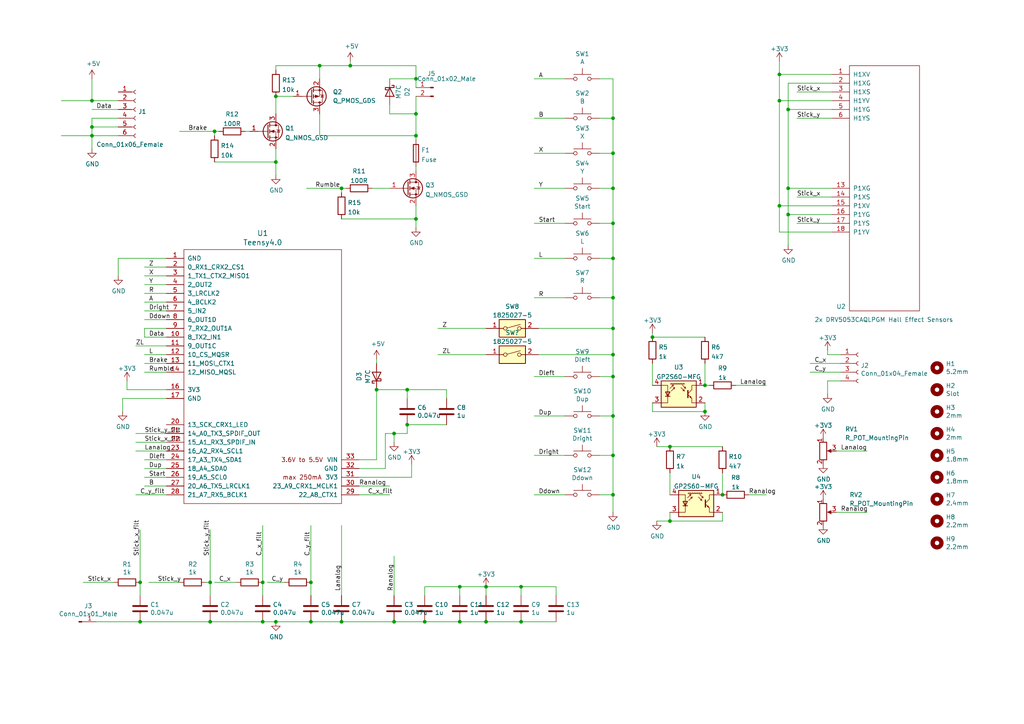
<source format=kicad_sch>
(kicad_sch (version 20211123) (generator eeschema)
  (paper "A4")
  (lib_symbols
    (symbol "Connector:Conn_01x01_Male" (pin_names (offset 1.016) hide)
      (property "Reference" "J" (at 0 2.54 0))
      (property "Value" "Conn_01x01_Male" (at 0 -2.54 0))
      (symbol "Conn_01x01_Male_1_1"
        (pin passive line (at 5.08 0 180) (length 3.81) (name "Pin_1") (number "1"))
      )
    )
    (symbol "Connector:Conn_01x02_Male" (pin_names (offset 1.016) hide)
      (property "Reference" "J" (at 0 2.54 0))
      (property "Value" "Conn_01x02_Male" (at 0 -5.08 0))
      (symbol "Conn_01x02_Male_1_1"
        (pin passive line (at 5.08 0 180) (length 3.81) (name "Pin_1") (number "1"))
        (pin passive line (at 5.08 -2.54 180) (length 3.81) (name "Pin_2") (number "2"))
      )
    )
    (symbol "Connector:Conn_01x04_Female" (pin_names (offset 1.016) hide)
      (property "Reference" "J" (at 0 5.08 0))
      (property "Value" "Conn_01x04_Female" (at 0 -7.62 0))
      (symbol "Conn_01x04_Female_1_1"
        (pin passive line (at -5.08 2.54 0) (length 3.81) (name "Pin_1") (number "1"))
        (pin passive line (at -5.08 0 0) (length 3.81) (name "Pin_2") (number "2"))
        (pin passive line (at -5.08 -2.54 0) (length 3.81) (name "Pin_3") (number "3"))
        (pin passive line (at -5.08 -5.08 0) (length 3.81) (name "Pin_4") (number "4"))
      )
    )
    (symbol "Connector:Conn_01x06_Female" (pin_names (offset 1.016) hide)
      (property "Reference" "J" (at 0 7.62 0))
      (property "Value" "Conn_01x06_Female" (at 0 -10.16 0))
      (symbol "Conn_01x06_Female_1_1"
        (pin passive line (at -5.08 5.08 0) (length 3.81) (name "Pin_1") (number "1"))
        (pin passive line (at -5.08 2.54 0) (length 3.81) (name "Pin_2") (number "2"))
        (pin passive line (at -5.08 0 0) (length 3.81) (name "Pin_3") (number "3"))
        (pin passive line (at -5.08 -2.54 0) (length 3.81) (name "Pin_4") (number "4"))
        (pin passive line (at -5.08 -5.08 0) (length 3.81) (name "Pin_5") (number "5"))
        (pin passive line (at -5.08 -7.62 0) (length 3.81) (name "Pin_6") (number "6"))
      )
    )
    (symbol "Device:C" (pin_numbers hide) (pin_names (offset 0.254))
      (property "Reference" "C" (at 0.635 2.54 0))
      (property "Value" "C" (at 0.635 -2.54 0))
      (symbol "C_1_1"
        (pin passive line (at 0 3.81 270) (length 2.794) (name "~") (number "1"))
        (pin passive line (at 0 -3.81 90) (length 2.794) (name "~") (number "2"))
      )
    )
    (symbol "Device:D_Schottky" (pin_numbers hide) (pin_names (offset 1.016) hide)
      (property "Reference" "D" (at 0 2.54 0))
      (property "Value" "D_Schottky" (at 0 -2.54 0))
      (symbol "D_Schottky_1_1"
        (pin passive line (at -3.81 0 0) (length 2.54) (name "K") (number "1"))
        (pin passive line (at 3.81 0 180) (length 2.54) (name "A") (number "2"))
      )
    )
    (symbol "Device:Fuse" (pin_numbers hide) (pin_names (offset 0))
      (property "Reference" "F" (at 2.032 0 90))
      (property "Value" "Fuse" (at -1.905 0 90))
      (symbol "Fuse_1_1"
        (pin passive line (at 0 3.81 270) (length 1.27) (name "~") (number "1"))
        (pin passive line (at 0 -3.81 90) (length 1.27) (name "~") (number "2"))
      )
    )
    (symbol "Device:Q_NMOS_GSD" (pin_names (offset 0) hide)
      (property "Reference" "Q" (at 5.08 1.27 0))
      (property "Value" "Q_NMOS_GSD" (at 5.08 -1.27 0))
      (symbol "Q_NMOS_GSD_1_1"
        (pin input line (at -5.08 0 0) (length 2.54) (name "G") (number "1"))
        (pin passive line (at 2.54 -5.08 90) (length 2.54) (name "S") (number "2"))
        (pin passive line (at 2.54 5.08 270) (length 2.54) (name "D") (number "3"))
      )
    )
    (symbol "Device:Q_PMOS_GSD" (pin_names (offset 0) hide)
      (property "Reference" "Q" (at 5.08 1.27 0))
      (property "Value" "Q_PMOS_GSD" (at 5.08 -1.27 0))
      (symbol "Q_PMOS_GSD_1_1"
        (pin input line (at -5.08 0 0) (length 2.54) (name "G") (number "1"))
        (pin passive line (at 2.54 -5.08 90) (length 2.54) (name "S") (number "2"))
        (pin passive line (at 2.54 5.08 270) (length 2.54) (name "D") (number "3"))
      )
    )
    (symbol "Device:R" (pin_numbers hide) (pin_names (offset 0))
      (property "Reference" "R" (at 2.032 0 90))
      (property "Value" "R" (at 0 0 90))
      (symbol "R_1_1"
        (pin passive line (at 0 3.81 270) (length 1.27) (name "~") (number "1"))
        (pin passive line (at 0 -3.81 90) (length 1.27) (name "~") (number "2"))
      )
    )
    (symbol "GCC:+3.3V" (power) (pin_names (offset 0))
      (property "Value" "+3.3V" (at 0 3.556 0))
      (symbol "+3.3V_1_1"
        (pin power_in line (at 0 0 90) (length 0) hide (name "+3V3") (number "1"))
      )
    )
    (symbol "GCC:Gamecube-MB-rescue_Slider_GCC-Gamecube_MB" (pin_names (offset 1.016) hide)
      (property "Reference" "RV" (at -8.255 0 90))
      (property "Value" "Gamecube-MB-rescue_Slider_GCC-Gamecube_MB" (at -6.35 0 90))
      (symbol "Gamecube-MB-rescue_Slider_GCC-Gamecube_MB_1_1"
        (pin passive line (at 0 3.81 270) (length 1.27) (name "V+") (number "1"))
        (pin passive line (at 0 -3.81 90) (length 1.27) (name "GND") (number "2"))
        (pin passive line (at 3.81 0 180) (length 1.27) (name "Signal") (number "3"))
      )
    )
    (symbol "GCC:Gamecube-MB-rescue_Stickbox_Assembly-Gamecube_MB" (pin_names (offset 1.016))
      (property "Reference" "U" (at 12.7 -41.91 90))
      (property "Value" "Gamecube-MB-rescue_Stickbox_Assembly-Gamecube_MB" (at 8.89 -35.56 90))
      (symbol "Gamecube-MB-rescue_Stickbox_Assembly-Gamecube_MB_0_0"
        (pin unspecified line (at -5.08 -2.54 0) (length 5.08) (name "H1XV") (number "1"))
        (pin unspecified line (at -5.08 -35.56 0) (length 5.08) (name "P1XG") (number "13"))
        (pin unspecified line (at -5.08 -38.1 0) (length 5.08) (name "P1XS") (number "14"))
        (pin unspecified line (at -5.08 -40.64 0) (length 5.08) (name "P1XV") (number "15"))
        (pin unspecified line (at -5.08 -43.18 0) (length 5.08) (name "P1YG") (number "16"))
        (pin unspecified line (at -5.08 -45.72 0) (length 5.08) (name "P1YS") (number "17"))
        (pin unspecified line (at -5.08 -48.26 0) (length 5.08) (name "P1YV") (number "18"))
        (pin unspecified line (at -5.08 -5.08 0) (length 5.08) (name "H1XG") (number "2"))
        (pin unspecified line (at -5.08 -7.62 0) (length 5.08) (name "H1XS") (number "3"))
        (pin unspecified line (at -5.08 -10.16 0) (length 5.08) (name "H1YV") (number "4"))
        (pin unspecified line (at -5.08 -12.7 0) (length 5.08) (name "H1YG") (number "5"))
        (pin unspecified line (at -5.08 -15.24 0) (length 5.08) (name "H1YS") (number "6"))
      )
    )
    (symbol "Mechanical:MountingHole" (pin_names (offset 1.016))
      (property "Reference" "H" (at 0 5.08 0))
      (property "Value" "MountingHole" (at 0 3.175 0))
    )
    (symbol "Sensor_Proximity:BPR-105" (pin_names (offset 0.0254) hide)
      (property "Reference" "U?" (at 0 7.7765 0))
      (property "Value" "BPR-105" (at 0 5.0014 0))
      (symbol "BPR-105_1_1"
        (pin open_collector line (at 7.62 2.54 180) (length 2.54) (name "C") (number "1"))
        (pin open_emitter line (at 7.62 -2.54 180) (length 2.54) (name "E") (number "2"))
        (pin passive line (at -7.62 -2.54 0) (length 2.54) (name "K") (number "3"))
        (pin passive line (at -7.62 2.54 0) (length 2.54) (name "A") (number "4"))
      )
    )
    (symbol "Switch:SW_DIP_x01" (pin_names (offset 0) hide)
      (property "Reference" "SW" (at 0 3.81 0))
      (property "Value" "SW_DIP_x01" (at 0 -3.81 0))
      (symbol "SW_DIP_x01_1_1"
        (pin passive line (at -7.62 0 0) (length 5.08) (name "~") (number "1"))
        (pin passive line (at 7.62 0 180) (length 5.08) (name "~") (number "2"))
      )
    )
    (symbol "Switch:SW_Push" (pin_numbers hide) (pin_names (offset 1.016) hide)
      (property "Reference" "SW" (at 1.27 2.54 0))
      (property "Value" "SW_Push" (at 0 -1.524 0))
      (symbol "SW_Push_0_1"
        (pin passive line (at -5.08 0 0) (length 2.54) (name "1") (number "1"))
        (pin passive line (at 5.08 0 180) (length 2.54) (name "2") (number "2"))
      )
    )
    (symbol "power:+5V" (power) (pin_names (offset 0))
      (property "Value" "+5V" (at 0 3.556 0))
      (symbol "+5V_1_1"
        (pin power_in line (at 0 0 90) (length 0) hide (name "+5V") (number "1"))
      )
    )
    (symbol "power:GND" (power) (pin_names (offset 0))
      (property "Value" "GND" (at 0 -3.81 0))
      (symbol "GND_1_1"
        (pin power_in line (at 0 0 270) (length 0) hide (name "GND") (number "1"))
      )
    )
    (symbol "teensy:Teensy4.0" (pin_names (offset 1.016))
      (property "Reference" "U1" (at 0 41.5798 0))
      (property "Value" "Teensy4.0" (at 0 38.8874 0))
      (symbol "Teensy4.0_0_0"
        (text "3.6V to 5.5V" (at 11.43 -24.13 0) (effects (font (size 1.27 1.27))))
        (text "max 250mA" (at 11.43 -29.21 0) (effects (font (size 1.27 1.27))))
        (pin bidirectional line (at -27.94 11.43 0) (length 5.08) (name "8_TX2_IN1") (number "10"))
        (pin bidirectional line (at -27.94 8.89 0) (length 5.08) (name "9_OUT1C") (number "11"))
        (pin bidirectional line (at -27.94 6.35 0) (length 5.08) (name "10_CS_MQSR") (number "12"))
        (pin bidirectional line (at -27.94 3.81 0) (length 5.08) (name "11_MOSI_CTX1") (number "13"))
        (pin bidirectional line (at -27.94 1.27 0) (length 5.08) (name "12_MISO_MQSL") (number "14"))
        (pin power_in line (at -27.94 -3.81 0) (length 5.08) (name "3V3") (number "16"))
        (pin power_in line (at -27.94 -6.35 0) (length 5.08) (name "GND") (number "17"))
        (pin bidirectional line (at -27.94 -13.97 0) (length 5.08) (name "13_SCK_CRX1_LED") (number "20"))
        (pin bidirectional line (at -27.94 -16.51 0) (length 5.08) (name "14_A0_TX3_SPDIF_OUT") (number "21"))
        (pin bidirectional line (at -27.94 -19.05 0) (length 5.08) (name "15_A1_RX3_SPDIF_IN") (number "22"))
        (pin bidirectional line (at -27.94 -21.59 0) (length 5.08) (name "16_A2_RX4_SCL1") (number "23"))
        (pin bidirectional line (at -27.94 -24.13 0) (length 5.08) (name "17_A3_TX4_SDA1") (number "24"))
        (pin bidirectional line (at -27.94 -26.67 0) (length 5.08) (name "18_A4_SDA0") (number "25"))
        (pin bidirectional line (at -27.94 -29.21 0) (length 5.08) (name "19_A5_SCL0") (number "26"))
        (pin bidirectional line (at -27.94 -31.75 0) (length 5.08) (name "20_A6_TX5_LRCLK1") (number "27"))
        (pin bidirectional line (at -27.94 -34.29 0) (length 5.08) (name "21_A7_RX5_BCLK1") (number "28"))
        (pin bidirectional line (at 27.94 -34.29 180) (length 5.08) (name "22_A8_CTX1") (number "29"))
        (pin bidirectional line (at 27.94 -31.75 180) (length 5.08) (name "23_A9_CRX1_MCLK1") (number "30"))
        (pin power_out line (at 27.94 -29.21 180) (length 5.08) (name "3V3") (number "31"))
        (pin power_in line (at 27.94 -26.67 180) (length 5.08) (name "GND") (number "32"))
        (pin power_in line (at 27.94 -24.13 180) (length 5.08) (name "VIN") (number "33"))
        (pin bidirectional line (at -27.94 24.13 0) (length 5.08) (name "3_LRCLK2") (number "5"))
        (pin bidirectional line (at -27.94 21.59 0) (length 5.08) (name "4_BCLK2") (number "6"))
        (pin bidirectional line (at -27.94 19.05 0) (length 5.08) (name "5_IN2") (number "7"))
        (pin bidirectional line (at -27.94 16.51 0) (length 5.08) (name "6_OUT1D") (number "8"))
        (pin bidirectional line (at -27.94 13.97 0) (length 5.08) (name "7_RX2_OUT1A") (number "9"))
      )
      (symbol "Teensy4.0_1_1"
        (pin power_in line (at -27.94 34.29 0) (length 5.08) (name "GND") (number "1"))
        (pin bidirectional line (at -27.94 31.75 0) (length 5.08) (name "0_RX1_CRX2_CS1") (number "2"))
        (pin bidirectional line (at -27.94 29.21 0) (length 5.08) (name "1_TX1_CTX2_MISO1") (number "3"))
        (pin bidirectional line (at -27.94 26.67 0) (length 5.08) (name "2_OUT2") (number "4"))
      )
    )
  )
  (junction (at 151.13 170.18))
  (junction (at 151.13 180.34))
  (junction (at 120.65 39.37))
  (junction (at 133.35 180.34))
  (junction (at 114.3 125.73))
  (junction (at 177.8 44.45))
  (junction (at 177.8 54.61))
  (junction (at 226.06 21.59))
  (junction (at 204.47 119.38))
  (junction (at 194.31 151.13))
  (junction (at 123.19 180.34))
  (junction (at 204.47 111.76))
  (junction (at 177.8 109.22))
  (junction (at 140.97 170.18))
  (junction (at 120.65 22.86))
  (junction (at 80.01 46.99))
  (junction (at 177.8 143.51))
  (junction (at 120.65 33.02))
  (junction (at 228.6 54.61))
  (junction (at 140.97 180.34))
  (junction (at 26.67 36.83))
  (junction (at 92.71 19.05))
  (junction (at 177.8 102.87))
  (junction (at 60.96 180.34))
  (junction (at 189.23 97.79))
  (junction (at 226.06 29.21))
  (junction (at 177.8 132.08))
  (junction (at 118.11 113.03))
  (junction (at 90.17 180.34))
  (junction (at 133.35 170.18))
  (junction (at 90.17 168.91))
  (junction (at 101.6 19.05))
  (junction (at 80.01 180.34))
  (junction (at 120.65 63.5))
  (junction (at 109.22 113.03))
  (junction (at 228.6 31.75))
  (junction (at 62.23 38.1))
  (junction (at 177.8 34.29))
  (junction (at 194.31 129.54))
  (junction (at 76.2 168.91))
  (junction (at 99.06 180.34))
  (junction (at 177.8 86.36))
  (junction (at 177.8 120.65))
  (junction (at 114.3 180.34))
  (junction (at 99.06 54.61))
  (junction (at 40.64 180.34))
  (junction (at 177.8 74.93))
  (junction (at 26.67 39.37))
  (junction (at 118.11 123.19))
  (junction (at 80.01 27.94))
  (junction (at 226.06 59.69))
  (junction (at 26.67 29.21))
  (junction (at 177.8 64.77))
  (junction (at 177.8 95.25))
  (junction (at 60.96 168.91))
  (junction (at 228.6 62.23))
  (junction (at 76.2 180.34))
  (junction (at 209.55 143.51))
  (junction (at 40.64 168.91))
  (wire (pts (xy 204.47 111.76) (xy 205.74 111.76)))
  (wire (pts (xy 48.26 140.97) (xy 41.91 140.97)))
  (wire (pts (xy 120.65 22.86) (xy 120.65 19.05)))
  (wire (pts (xy 173.99 54.61) (xy 177.8 54.61)))
  (wire (pts (xy 104.14 135.89) (xy 111.76 135.89)))
  (wire (pts (xy 123.19 172.72) (xy 123.19 170.18)))
  (wire (pts (xy 177.8 143.51) (xy 177.8 148.59)))
  (wire (pts (xy 177.8 120.65) (xy 177.8 132.08)))
  (wire (pts (xy 120.65 59.69) (xy 120.65 63.5)))
  (wire (pts (xy 204.47 119.38) (xy 189.23 119.38)))
  (wire (pts (xy 127 95.25) (xy 140.97 95.25)))
  (wire (pts (xy 41.91 107.95) (xy 48.26 107.95)))
  (wire (pts (xy 48.26 115.57) (xy 35.56 115.57)))
  (wire (pts (xy 156.21 95.25) (xy 177.8 95.25)))
  (wire (pts (xy 133.35 170.18) (xy 140.97 170.18)))
  (wire (pts (xy 99.06 54.61) (xy 100.33 54.61)))
  (wire (pts (xy 120.65 39.37) (xy 120.65 40.64)))
  (wire (pts (xy 243.84 105.41) (xy 234.95 105.41)))
  (wire (pts (xy 113.03 140.97) (xy 104.14 140.97)))
  (wire (pts (xy 114.3 172.72) (xy 114.3 161.29)))
  (wire (pts (xy 209.55 137.16) (xy 209.55 143.51)))
  (wire (pts (xy 243.84 107.95) (xy 234.95 107.95)))
  (wire (pts (xy 114.3 125.73) (xy 114.3 128.27)))
  (wire (pts (xy 204.47 116.84) (xy 204.47 119.38)))
  (wire (pts (xy 163.83 120.65) (xy 154.94 120.65)))
  (wire (pts (xy 177.8 54.61) (xy 177.8 44.45)))
  (wire (pts (xy 228.6 62.23) (xy 241.3 62.23)))
  (wire (pts (xy 151.13 172.72) (xy 151.13 170.18)))
  (wire (pts (xy 118.11 123.19) (xy 118.11 125.73)))
  (wire (pts (xy 241.3 21.59) (xy 226.06 21.59)))
  (wire (pts (xy 109.22 113.03) (xy 109.22 133.35)))
  (wire (pts (xy 40.64 180.34) (xy 60.96 180.34)))
  (wire (pts (xy 76.2 152.4) (xy 76.2 168.91)))
  (wire (pts (xy 80.01 19.05) (xy 80.01 20.32)))
  (wire (pts (xy 189.23 96.52) (xy 189.23 97.79)))
  (wire (pts (xy 113.03 143.51) (xy 104.14 143.51)))
  (wire (pts (xy 34.29 36.83) (xy 26.67 36.83)))
  (wire (pts (xy 90.17 152.4) (xy 90.17 168.91)))
  (wire (pts (xy 92.71 22.86) (xy 92.71 19.05)))
  (wire (pts (xy 194.31 151.13) (xy 194.31 148.59)))
  (wire (pts (xy 109.22 104.14) (xy 109.22 105.41)))
  (wire (pts (xy 173.99 64.77) (xy 177.8 64.77)))
  (wire (pts (xy 48.26 97.79) (xy 41.91 97.79)))
  (wire (pts (xy 194.31 137.16) (xy 194.31 143.51)))
  (wire (pts (xy 209.55 148.59) (xy 209.55 151.13)))
  (wire (pts (xy 129.54 115.57) (xy 129.54 113.03)))
  (wire (pts (xy 109.22 113.03) (xy 118.11 113.03)))
  (wire (pts (xy 118.11 113.03) (xy 129.54 113.03)))
  (wire (pts (xy 177.8 102.87) (xy 177.8 109.22)))
  (wire (pts (xy 34.29 31.75) (xy 26.67 31.75)))
  (wire (pts (xy 140.97 180.34) (xy 133.35 180.34)))
  (wire (pts (xy 163.83 143.51) (xy 154.94 143.51)))
  (wire (pts (xy 60.96 168.91) (xy 59.69 168.91)))
  (wire (pts (xy 120.65 27.94) (xy 120.65 33.02)))
  (wire (pts (xy 189.23 119.38) (xy 189.23 116.84)))
  (wire (pts (xy 190.5 129.54) (xy 194.31 129.54)))
  (wire (pts (xy 40.64 153.67) (xy 40.64 168.91)))
  (wire (pts (xy 113.03 22.86) (xy 120.65 22.86)))
  (wire (pts (xy 36.83 113.03) (xy 36.83 110.49)))
  (wire (pts (xy 118.11 113.03) (xy 118.11 115.57)))
  (wire (pts (xy 80.01 27.94) (xy 80.01 33.02)))
  (wire (pts (xy 80.01 27.94) (xy 85.09 27.94)))
  (wire (pts (xy 231.14 64.77) (xy 241.3 64.77)))
  (wire (pts (xy 163.83 86.36) (xy 154.94 86.36)))
  (wire (pts (xy 92.71 19.05) (xy 101.6 19.05)))
  (wire (pts (xy 213.36 111.76) (xy 222.25 111.76)))
  (wire (pts (xy 120.65 33.02) (xy 113.03 33.02)))
  (wire (pts (xy 34.29 39.37) (xy 26.67 39.37)))
  (wire (pts (xy 228.6 54.61) (xy 241.3 54.61)))
  (wire (pts (xy 113.03 33.02) (xy 113.03 30.48)))
  (wire (pts (xy 226.06 67.31) (xy 226.06 59.69)))
  (wire (pts (xy 111.76 135.89) (xy 111.76 125.73)))
  (wire (pts (xy 226.06 59.69) (xy 241.3 59.69)))
  (wire (pts (xy 243.84 110.49) (xy 240.03 110.49)))
  (wire (pts (xy 140.97 180.34) (xy 151.13 180.34)))
  (wire (pts (xy 35.56 115.57) (xy 35.56 119.38)))
  (wire (pts (xy 92.71 33.02) (xy 92.71 39.37)))
  (wire (pts (xy 120.65 33.02) (xy 120.65 39.37)))
  (wire (pts (xy 228.6 31.75) (xy 228.6 24.13)))
  (wire (pts (xy 90.17 180.34) (xy 99.06 180.34)))
  (wire (pts (xy 177.8 86.36) (xy 177.8 95.25)))
  (wire (pts (xy 133.35 170.18) (xy 133.35 172.72)))
  (wire (pts (xy 177.8 132.08) (xy 177.8 143.51)))
  (wire (pts (xy 209.55 151.13) (xy 194.31 151.13)))
  (wire (pts (xy 41.91 105.41) (xy 48.26 105.41)))
  (wire (pts (xy 177.8 44.45) (xy 177.8 34.29)))
  (wire (pts (xy 163.83 132.08) (xy 154.94 132.08)))
  (wire (pts (xy 48.26 133.35) (xy 41.91 133.35)))
  (wire (pts (xy 177.8 86.36) (xy 177.8 74.93)))
  (wire (pts (xy 231.14 57.15) (xy 241.3 57.15)))
  (wire (pts (xy 52.07 38.1) (xy 62.23 38.1)))
  (wire (pts (xy 161.29 172.72) (xy 161.29 170.18)))
  (wire (pts (xy 163.83 34.29) (xy 154.94 34.29)))
  (wire (pts (xy 226.06 21.59) (xy 226.06 29.21)))
  (wire (pts (xy 243.84 102.87) (xy 240.03 102.87)))
  (wire (pts (xy 80.01 43.18) (xy 80.01 46.99)))
  (wire (pts (xy 226.06 29.21) (xy 226.06 59.69)))
  (wire (pts (xy 163.83 54.61) (xy 154.94 54.61)))
  (wire (pts (xy 228.6 31.75) (xy 241.3 31.75)))
  (wire (pts (xy 34.29 29.21) (xy 26.67 29.21)))
  (wire (pts (xy 48.26 102.87) (xy 41.91 102.87)))
  (wire (pts (xy 118.11 125.73) (xy 114.3 125.73)))
  (wire (pts (xy 163.83 74.93) (xy 154.94 74.93)))
  (wire (pts (xy 48.26 77.47) (xy 41.91 77.47)))
  (wire (pts (xy 52.07 168.91) (xy 43.18 168.91)))
  (wire (pts (xy 111.76 125.73) (xy 114.3 125.73)))
  (wire (pts (xy 140.97 170.18) (xy 140.97 172.72)))
  (wire (pts (xy 48.26 80.01) (xy 41.91 80.01)))
  (wire (pts (xy 99.06 54.61) (xy 99.06 55.88)))
  (wire (pts (xy 62.23 38.1) (xy 63.5 38.1)))
  (wire (pts (xy 48.26 135.89) (xy 41.91 135.89)))
  (wire (pts (xy 48.26 92.71) (xy 41.91 92.71)))
  (wire (pts (xy 177.8 74.93) (xy 177.8 64.77)))
  (wire (pts (xy 173.99 143.51) (xy 177.8 143.51)))
  (wire (pts (xy 194.31 129.54) (xy 209.55 129.54)))
  (wire (pts (xy 173.99 109.22) (xy 177.8 109.22)))
  (wire (pts (xy 76.2 168.91) (xy 76.2 172.72)))
  (wire (pts (xy 48.26 138.43) (xy 41.91 138.43)))
  (wire (pts (xy 151.13 180.34) (xy 161.29 180.34)))
  (wire (pts (xy 217.17 143.51) (xy 222.25 143.51)))
  (wire (pts (xy 48.26 143.51) (xy 39.37 143.51)))
  (wire (pts (xy 99.06 152.4) (xy 99.06 172.72)))
  (wire (pts (xy 163.83 22.86) (xy 154.94 22.86)))
  (wire (pts (xy 189.23 97.79) (xy 204.47 97.79)))
  (wire (pts (xy 226.06 67.31) (xy 241.3 67.31)))
  (wire (pts (xy 41.91 95.25) (xy 41.91 97.79)))
  (wire (pts (xy 88.9 54.61) (xy 99.06 54.61)))
  (wire (pts (xy 114.3 180.34) (xy 123.19 180.34)))
  (wire (pts (xy 24.13 168.91) (xy 33.02 168.91)))
  (wire (pts (xy 173.99 132.08) (xy 177.8 132.08)))
  (wire (pts (xy 189.23 105.41) (xy 189.23 111.76)))
  (wire (pts (xy 177.8 22.86) (xy 177.8 34.29)))
  (wire (pts (xy 177.8 64.77) (xy 177.8 54.61)))
  (wire (pts (xy 228.6 62.23) (xy 228.6 71.12)))
  (wire (pts (xy 241.3 29.21) (xy 226.06 29.21)))
  (wire (pts (xy 231.14 34.29) (xy 241.3 34.29)))
  (wire (pts (xy 39.37 125.73) (xy 48.26 125.73)))
  (wire (pts (xy 48.26 90.17) (xy 41.91 90.17)))
  (wire (pts (xy 123.19 170.18) (xy 133.35 170.18)))
  (wire (pts (xy 48.26 113.03) (xy 36.83 113.03)))
  (wire (pts (xy 48.26 85.09) (xy 41.91 85.09)))
  (wire (pts (xy 39.37 100.33) (xy 48.26 100.33)))
  (wire (pts (xy 204.47 105.41) (xy 204.47 111.76)))
  (wire (pts (xy 17.78 29.21) (xy 26.67 29.21)))
  (wire (pts (xy 62.23 168.91) (xy 68.58 168.91)))
  (wire (pts (xy 240.03 110.49) (xy 240.03 114.3)))
  (wire (pts (xy 39.37 130.81) (xy 48.26 130.81)))
  (wire (pts (xy 156.21 102.87) (xy 177.8 102.87)))
  (wire (pts (xy 120.65 39.37) (xy 92.71 39.37)))
  (wire (pts (xy 99.06 63.5) (xy 120.65 63.5)))
  (wire (pts (xy 173.99 86.36) (xy 177.8 86.36)))
  (wire (pts (xy 26.67 34.29) (xy 26.67 36.83)))
  (wire (pts (xy 27.94 180.34) (xy 40.64 180.34)))
  (wire (pts (xy 99.06 180.34) (xy 114.3 180.34)))
  (wire (pts (xy 62.23 38.1) (xy 62.23 39.37)))
  (wire (pts (xy 161.29 170.18) (xy 151.13 170.18)))
  (wire (pts (xy 71.12 38.1) (xy 72.39 38.1)))
  (wire (pts (xy 119.38 138.43) (xy 104.14 138.43)))
  (wire (pts (xy 62.23 46.99) (xy 80.01 46.99)))
  (wire (pts (xy 80.01 180.34) (xy 90.17 180.34)))
  (wire (pts (xy 173.99 34.29) (xy 177.8 34.29)))
  (wire (pts (xy 242.57 130.81) (xy 251.46 130.81)))
  (wire (pts (xy 26.67 39.37) (xy 26.67 43.18)))
  (wire (pts (xy 173.99 120.65) (xy 177.8 120.65)))
  (wire (pts (xy 48.26 82.55) (xy 41.91 82.55)))
  (wire (pts (xy 228.6 62.23) (xy 228.6 54.61)))
  (wire (pts (xy 104.14 133.35) (xy 109.22 133.35)))
  (wire (pts (xy 101.6 17.78) (xy 101.6 19.05)))
  (wire (pts (xy 120.65 25.4) (xy 120.65 22.86)))
  (wire (pts (xy 177.8 109.22) (xy 177.8 120.65)))
  (wire (pts (xy 120.65 63.5) (xy 120.65 66.04)))
  (wire (pts (xy 173.99 44.45) (xy 177.8 44.45)))
  (wire (pts (xy 163.83 44.45) (xy 154.94 44.45)))
  (wire (pts (xy 151.13 170.18) (xy 140.97 170.18)))
  (wire (pts (xy 60.96 153.67) (xy 60.96 168.91)))
  (wire (pts (xy 177.8 95.25) (xy 177.8 102.87)))
  (wire (pts (xy 48.26 74.93) (xy 34.29 74.93)))
  (wire (pts (xy 60.96 180.34) (xy 76.2 180.34)))
  (wire (pts (xy 107.95 54.61) (xy 113.03 54.61)))
  (wire (pts (xy 90.17 168.91) (xy 90.17 172.72)))
  (wire (pts (xy 163.83 64.77) (xy 154.94 64.77)))
  (wire (pts (xy 39.37 128.27) (xy 48.26 128.27)))
  (wire (pts (xy 127 102.87) (xy 140.97 102.87)))
  (wire (pts (xy 173.99 22.86) (xy 177.8 22.86)))
  (wire (pts (xy 240.03 102.87) (xy 240.03 101.6)))
  (wire (pts (xy 34.29 74.93) (xy 34.29 80.01)))
  (wire (pts (xy 60.96 168.91) (xy 60.96 172.72)))
  (wire (pts (xy 26.67 36.83) (xy 26.67 39.37)))
  (wire (pts (xy 80.01 180.34) (xy 76.2 180.34)))
  (wire (pts (xy 48.26 87.63) (xy 41.91 87.63)))
  (wire (pts (xy 40.64 172.72) (xy 40.64 168.91)))
  (wire (pts (xy 80.01 46.99) (xy 80.01 50.8)))
  (wire (pts (xy 242.57 148.59) (xy 251.46 148.59)))
  (wire (pts (xy 226.06 17.78) (xy 226.06 21.59)))
  (wire (pts (xy 228.6 24.13) (xy 241.3 24.13)))
  (wire (pts (xy 48.26 95.25) (xy 41.91 95.25)))
  (wire (pts (xy 163.83 109.22) (xy 154.94 109.22)))
  (wire (pts (xy 26.67 29.21) (xy 26.67 22.86)))
  (wire (pts (xy 120.65 48.26) (xy 120.65 49.53)))
  (wire (pts (xy 123.19 180.34) (xy 133.35 180.34)))
  (wire (pts (xy 92.71 19.05) (xy 80.01 19.05)))
  (wire (pts (xy 118.11 123.19) (xy 129.54 123.19)))
  (wire (pts (xy 119.38 134.62) (xy 119.38 138.43)))
  (wire (pts (xy 34.29 34.29) (xy 26.67 34.29)))
  (wire (pts (xy 241.3 26.67) (xy 231.14 26.67)))
  (wire (pts (xy 228.6 31.75) (xy 228.6 54.61)))
  (wire (pts (xy 77.47 168.91) (xy 82.55 168.91)))
  (wire (pts (xy 17.78 39.37) (xy 26.67 39.37)))
  (wire (pts (xy 120.65 19.05) (xy 101.6 19.05)))
  (wire (pts (xy 190.5 151.13) (xy 194.31 151.13)))
  (wire (pts (xy 173.99 74.93) (xy 177.8 74.93)))
  (label "Lanalog" (at 214.63 111.76 0))
  (label "C_y_filt" (at 40.64 143.51 0))
  (label "Stick_y" (at 231.14 64.77 0))
  (label "A" (at 156.21 22.86 0))
  (label "A" (at 43.18 87.63 0))
  (label "Ranalog" (at 114.3 171.45 90))
  (label "Dleft" (at 43.18 133.35 0))
  (label "Z" (at 43.18 77.47 0))
  (label "L" (at 156.21 74.93 0))
  (label "Stick_y" (at 45.72 168.91 0))
  (label "C_x" (at 236.22 105.41 0))
  (label "Stick_x" (at 231.14 26.67 0))
  (label "Stick_x" (at 231.14 57.15 0))
  (label "Lanalog" (at 41.91 130.81 0))
  (label "Rumble" (at 91.44 54.61 0))
  (label "Dleft" (at 156.21 109.22 0))
  (label "Ranalog" (at 217.17 143.51 0))
  (label "Data" (at 27.94 31.75 0))
  (label "Ranalog" (at 104.14 140.97 0))
  (label "B" (at 156.21 34.29 0))
  (label "C_y" (at 78.74 168.91 0))
  (label "Rumble" (at 43.18 107.95 0))
  (label "Z" (at 128.27 95.25 0))
  (label "C_x_filt" (at 76.2 161.29 90))
  (label "Start" (at 43.18 138.43 0))
  (label "Dright" (at 43.18 90.17 0))
  (label "C_x" (at 63.5 168.91 0))
  (label "C_y_filt" (at 90.17 161.29 90))
  (label "ZL" (at 39.37 100.33 0))
  (label "Stick_x" (at 25.4 168.91 0))
  (label "Dright" (at 156.21 132.08 0))
  (label "Ranalog" (at 243.84 148.59 0))
  (label "Start" (at 156.21 64.77 0))
  (label "B" (at 43.18 140.97 0))
  (label "Ddown" (at 156.21 143.51 0))
  (label "Brake" (at 43.18 105.41 0))
  (label "R" (at 156.21 86.36 0))
  (label "Stick_y_filt" (at 41.91 125.73 0))
  (label "X" (at 43.18 80.01 0))
  (label "R" (at 43.18 85.09 0))
  (label "Data" (at 43.18 97.79 0))
  (label "Lanalog" (at 243.84 130.81 0))
  (label "Stick_y" (at 231.14 34.29 0))
  (label "Y" (at 156.21 54.61 0))
  (label "Ddown" (at 43.18 92.71 0))
  (label "C_y" (at 236.22 107.95 0))
  (label "Dup" (at 43.18 135.89 0))
  (label "C_x_filt" (at 106.68 143.51 0))
  (label "Brake" (at 54.61 38.1 0))
  (label "Stick_x_filt" (at 41.91 128.27 0))
  (label "Lanalog" (at 99.06 171.45 90))
  (label "L" (at 43.18 102.87 0))
  (label "X" (at 156.21 44.45 0))
  (label "Stick_x_filt" (at 40.64 161.29 90))
  (label "ZL" (at 128.27 102.87 0))
  (label "Y" (at 43.18 82.55 0))
  (label "Dup" (at 156.21 120.65 0))
  (label "Stick_y_filt" (at 60.96 161.29 90))
  (symbol (lib_id "teensy:Teensy4.0") (at 76.2 109.22 0) (unit 1)
    (property "Reference" "U1" (at 76.2 67.6402 0) (effects (font (size 1.524 1.524))))
    (property "Value" "Teensy4.0" (at 76.2 70.3326 0) (effects (font (size 1.524 1.524))))
    (property "Footprint" "teensy:Teensy40_Edge_Pins" (effects hide))
  )
  (symbol (lib_id "Switch:SW_Push") (at 168.91 22.86 0) (unit 1)
    (property "Reference" "SW1" (at 168.91 15.621 0))
    (property "Value" "A" (at 168.91 17.9324 0))
    (property "Footprint" "Gamecube MB:ABXY_Contact_Omron_Switch" (effects hide))
  )
  (symbol (lib_id "Switch:SW_Push") (at 168.91 34.29 0) (unit 1)
    (property "Reference" "SW2" (at 168.91 27.051 0))
    (property "Value" "B" (at 168.91 29.3624 0))
    (property "Footprint" "Gamecube MB:ABXY_Contact_Omron_Switch" (effects hide))
  )
  (symbol (lib_id "Switch:SW_Push") (at 168.91 44.45 0) (unit 1)
    (property "Reference" "SW3" (at 168.91 37.211 0))
    (property "Value" "X" (at 168.91 39.5224 0))
    (property "Footprint" "Gamecube MB:ABXY_Contact_Omron_Switch" (effects hide))
  )
  (symbol (lib_id "Switch:SW_Push") (at 168.91 54.61 0) (unit 1)
    (property "Reference" "SW4" (at 168.91 47.371 0))
    (property "Value" "Y" (at 168.91 49.6824 0))
    (property "Footprint" "Gamecube MB:ABXY_Contact_Omron_Switch" (effects hide))
  )
  (symbol (lib_id "Switch:SW_Push") (at 168.91 64.77 0) (unit 1)
    (property "Reference" "SW5" (at 168.91 57.531 0))
    (property "Value" "Start" (at 168.91 59.8424 0))
    (property "Footprint" "Gamecube MB:Start_Contact" (effects hide))
  )
  (symbol (lib_id "Switch:SW_Push") (at 168.91 74.93 0) (unit 1)
    (property "Reference" "SW6" (at 168.91 67.691 0))
    (property "Value" "L" (at 168.91 70.0024 0))
    (property "Footprint" "Pin_Headers:Pin_Header_Straight_1x02_Pitch2.54mm" (effects hide))
  )
  (symbol (lib_id "Switch:SW_Push") (at 168.91 86.36 0) (unit 1)
    (property "Reference" "SW7" (at 168.91 79.121 0))
    (property "Value" "R" (at 168.91 81.4324 0))
    (property "Footprint" "Pin_Headers:Pin_Header_Straight_1x02_Pitch2.54mm" (effects hide))
  )
  (symbol (lib_id "power:GND") (at 34.29 80.01 0) (unit 1)
    (property "Reference" "#PWR0102" (effects hide))
    (property "Value" "GND" (at 34.417 84.4042 0))
  )
  (symbol (lib_id "power:GND") (at 177.8 148.59 0) (unit 1)
    (property "Reference" "#PWR0103" (effects hide))
    (property "Value" "GND" (at 177.927 152.9842 0))
  )
  (symbol (lib_id "power:+5V") (at 26.67 22.86 0) (unit 1)
    (property "Reference" "#PWR0113" (effects hide))
    (property "Value" "+5V" (at 27.051 18.4658 0))
  )
  (symbol (lib_id "Connector:Conn_01x06_Female") (at 39.37 31.75 0) (unit 1)
    (property "Reference" "J1" (at 40.0812 32.3596 0) (effects (justify left)))
    (property "Value" "Conn_01x06_Female" (at 27.94 41.91 0) (effects (justify left)))
    (property "Footprint" "Gamecube MB:GCC_Header_Straight_1x06_Pitch2.00mm" (effects hide))
  )
  (symbol (lib_id "GCC:Gamecube-MB-rescue_Slider_GCC-Gamecube_MB") (at 238.76 130.81 0) (unit 1)
    (property "Reference" "RV1" (at 245.11 124.46 0) (effects (justify left)))
    (property "Value" "R_POT_MountingPin" (at 245.11 127 0) (effects (justify left)))
    (property "Footprint" "Gamecube MB:GCC_Slider" (effects hide))
  )
  (symbol (lib_id "Connector:Conn_01x04_Female") (at 248.92 105.41 0) (unit 1)
    (property "Reference" "J2" (at 249.6312 106.0196 0) (effects (justify left)))
    (property "Value" "Conn_01x04_Female" (at 249.6312 108.331 0) (effects (justify left)))
    (property "Footprint" "Pin_Headers:Pin_Header_Straight_1x04_Pitch2.00mm" (effects hide))
  )
  (symbol (lib_id "GCC:Gamecube-MB-rescue_Slider_GCC-Gamecube_MB") (at 238.76 148.59 0) (unit 1)
    (property "Reference" "RV2" (at 246.38 143.51 0) (effects (justify left)))
    (property "Value" "R_POT_MountingPin" (at 246.38 146.05 0) (effects (justify left)))
    (property "Footprint" "Gamecube MB:GCC_Slider" (effects hide))
  )
  (symbol (lib_id "power:GND") (at 240.03 114.3 0) (unit 1)
    (property "Reference" "#PWR0108" (effects hide))
    (property "Value" "GND" (at 240.157 118.6942 0))
  )
  (symbol (lib_id "Switch:SW_Push") (at 168.91 109.22 0) (unit 1)
    (property "Reference" "SW9" (at 168.91 101.981 0))
    (property "Value" "Dleft" (at 168.91 104.2924 0))
    (property "Footprint" "Gamecube MB:Dpad_Contact_TL3315NF_2" (effects hide))
  )
  (symbol (lib_id "power:GND") (at 238.76 134.62 0) (unit 1)
    (property "Reference" "#PWR0115" (effects hide))
    (property "Value" "GND" (at 238.887 139.0142 0))
  )
  (symbol (lib_id "Switch:SW_Push") (at 168.91 120.65 0) (unit 1)
    (property "Reference" "SW10" (at 168.91 113.411 0))
    (property "Value" "Dup" (at 168.91 115.7224 0))
    (property "Footprint" "Gamecube MB:Dpad_Contact_TL3315NF_2" (effects hide))
  )
  (symbol (lib_id "Switch:SW_Push") (at 168.91 132.08 0) (unit 1)
    (property "Reference" "SW11" (at 168.91 124.841 0))
    (property "Value" "Dright" (at 168.91 127.1524 0))
    (property "Footprint" "Gamecube MB:Dpad_Contact_TL3315NF_2" (effects hide))
  )
  (symbol (lib_id "Switch:SW_Push") (at 168.91 143.51 0) (unit 1)
    (property "Reference" "SW12" (at 168.91 136.271 0))
    (property "Value" "Ddown" (at 168.91 138.5824 0))
    (property "Footprint" "Gamecube MB:Dpad_Contact_TL3315NF_2" (effects hide))
  )
  (symbol (lib_id "power:GND") (at 238.76 152.4 0) (unit 1)
    (property "Reference" "#PWR0117" (effects hide))
    (property "Value" "GND" (at 238.887 156.7942 0))
  )
  (symbol (lib_id "Switch:SW_DIP_x01") (at 148.59 95.25 0) (unit 1)
    (property "Reference" "SW8" (at 148.59 88.9 0))
    (property "Value" "1825027-5" (at 148.59 91.44 0))
    (property "Footprint" "Gamecube MB:Z_Switch_Edge" (effects hide))
    (property "Configuration_Pole-Throw" "Single Pole - Single Throw" (effects hide))
    (property "Contact_Current_Rating" "50 mA" (effects hide))
    (property "Comment" "1825027-5" (effects hide))
    (property "EU_RoHS_Compliance" "Compliant" (effects hide))
  )
  (symbol (lib_id "GCC:Gamecube-MB-rescue_Stickbox_Assembly-Gamecube_MB") (at 246.38 19.05 0) (unit 1)
    (property "Reference" "U2" (at 242.57 88.9 0) (effects (justify left)))
    (property "Value" "2x DRV5053CAQLPGM Hall Effect Sensors" (at 236.22 92.71 0) (effects (justify left)))
    (property "Footprint" "Gamecube MB:GCC_Stickbox_2" (effects hide))
  )
  (symbol (lib_id "power:GND") (at 228.6 71.12 0) (unit 1)
    (property "Reference" "#PWR0101" (effects hide))
    (property "Value" "GND" (at 228.727 75.5142 0))
  )
  (symbol (lib_id "Device:C") (at 40.64 176.53 0) (unit 1)
    (property "Reference" "C1" (at 43.561 175.3616 0) (effects (justify left)))
    (property "Value" "0.047u" (at 43.561 177.673 0) (effects (justify left)))
    (property "Footprint" "Capacitors_SMD:C_0603_HandSoldering" (effects hide))
    (property "LCSC" "C1622" (effects hide))
  )
  (symbol (lib_id "Device:C") (at 60.96 176.53 0) (unit 1)
    (property "Reference" "C2" (at 63.881 175.3616 0) (effects (justify left)))
    (property "Value" "0.047u" (at 63.881 177.673 0) (effects (justify left)))
    (property "Footprint" "Capacitors_SMD:C_0603_HandSoldering" (effects hide))
    (property "LCSC" "C1622" (effects hide))
  )
  (symbol (lib_id "Device:C") (at 114.3 176.53 0) (unit 1)
    (property "Reference" "C3" (at 117.221 175.3616 0) (effects (justify left)))
    (property "Value" "0.047u" (at 117.221 177.673 0) (effects (justify left)))
    (property "Footprint" "Capacitors_SMD:C_0603_HandSoldering" (effects hide))
    (property "LCSC" "C1622" (effects hide))
  )
  (symbol (lib_id "Device:C") (at 76.2 176.53 0) (unit 1)
    (property "Reference" "C4" (at 79.121 175.3616 0) (effects (justify left)))
    (property "Value" "0.047u" (at 79.121 177.673 0) (effects (justify left)))
    (property "Footprint" "Capacitors_SMD:C_0603_HandSoldering" (effects hide))
    (property "LCSC" "C1622" (effects hide))
  )
  (symbol (lib_id "Device:C") (at 90.17 176.53 0) (unit 1)
    (property "Reference" "C5" (at 93.091 175.3616 0) (effects (justify left)))
    (property "Value" "0.047u" (at 93.091 177.673 0) (effects (justify left)))
    (property "Footprint" "Capacitors_SMD:C_0603_HandSoldering" (effects hide))
    (property "LCSC" "C1622" (effects hide))
  )
  (symbol (lib_id "Device:C") (at 99.06 176.53 0) (unit 1)
    (property "Reference" "C7" (at 101.981 175.3616 0) (effects (justify left)))
    (property "Value" "0.047u" (at 101.981 177.673 0) (effects (justify left)))
    (property "Footprint" "Capacitors_SMD:C_0603_HandSoldering" (effects hide))
    (property "LCSC" "C1622" (effects hide))
  )
  (symbol (lib_id "power:GND") (at 80.01 180.34 0) (unit 1)
    (property "Reference" "#PWR0109" (effects hide))
    (property "Value" "GND" (at 80.137 184.7342 0))
  )
  (symbol (lib_id "Device:C") (at 133.35 176.53 0) (unit 1)
    (property "Reference" "C11" (at 136.271 175.3616 0) (effects (justify left)))
    (property "Value" "1u" (at 136.271 177.673 0) (effects (justify left)))
    (property "Footprint" "Capacitor_SMD:C_0603_1608Metric_Pad1.08x0.95mm_HandSolder" (effects hide))
    (property "LCSC" "C15849" (effects hide))
  )
  (symbol (lib_id "Device:C") (at 140.97 176.53 0) (unit 1)
    (property "Reference" "C12" (at 143.891 175.3616 0) (effects (justify left)))
    (property "Value" "1u" (at 143.891 177.673 0) (effects (justify left)))
    (property "Footprint" "Capacitor_SMD:C_0603_1608Metric_Pad1.08x0.95mm_HandSolder" (effects hide))
    (property "LCSC" "C15849" (effects hide))
  )
  (symbol (lib_id "power:GND") (at 26.67 43.18 0) (unit 1)
    (property "Reference" "#PWR0112" (effects hide))
    (property "Value" "GND" (at 26.797 47.5742 0))
  )
  (symbol (lib_id "Connector:Conn_01x01_Male") (at 22.86 180.34 0) (unit 1)
    (property "Reference" "J3" (at 25.6032 175.7426 0))
    (property "Value" "Conn_01x01_Male" (at 25.6032 178.054 0))
    (property "Footprint" "Connector_PinHeader_2.54mm:PinHeader_1x01_P2.54mm_Vertical" (effects hide))
  )
  (symbol (lib_id "Mechanical:MountingHole") (at 271.78 106.68 0) (unit 1)
    (property "Reference" "H1" (at 274.32 105.5116 0) (effects (justify left)))
    (property "Value" "5.2mm" (at 274.32 107.823 0) (effects (justify left)))
    (property "Footprint" "Gamecube MB:MountingHole_5.2mm" (effects hide))
  )
  (symbol (lib_id "Mechanical:MountingHole") (at 271.78 113.03 0) (unit 1)
    (property "Reference" "H2" (at 274.32 111.8616 0) (effects (justify left)))
    (property "Value" "Slot" (at 274.32 114.173 0) (effects (justify left)))
    (property "Footprint" "Gamecube MB:Slot" (effects hide))
  )
  (symbol (lib_id "Mechanical:MountingHole") (at 271.78 119.38 0) (unit 1)
    (property "Reference" "H3" (at 274.32 118.2116 0) (effects (justify left)))
    (property "Value" "2mm" (at 274.32 120.523 0) (effects (justify left)))
    (property "Footprint" "Gamecube MB:MountingHole_2.0mm" (effects hide))
  )
  (symbol (lib_id "Mechanical:MountingHole") (at 271.78 125.73 0) (unit 1)
    (property "Reference" "H4" (at 274.32 124.5616 0) (effects (justify left)))
    (property "Value" "2mm" (at 274.32 126.873 0) (effects (justify left)))
    (property "Footprint" "Gamecube MB:MountingHole_2.0mm" (effects hide))
  )
  (symbol (lib_id "Mechanical:MountingHole") (at 271.78 132.08 0) (unit 1)
    (property "Reference" "H5" (at 274.32 130.9116 0) (effects (justify left)))
    (property "Value" "1.8mm" (at 274.32 133.223 0) (effects (justify left)))
    (property "Footprint" "Gamecube MB:MountingHole_1.8mm" (effects hide))
  )
  (symbol (lib_id "Mechanical:MountingHole") (at 271.78 138.43 0) (unit 1)
    (property "Reference" "H6" (at 274.32 137.2616 0) (effects (justify left)))
    (property "Value" "1.8mm" (at 274.32 139.573 0) (effects (justify left)))
    (property "Footprint" "Gamecube MB:MountingHole_1.8mm" (effects hide))
  )
  (symbol (lib_id "Mechanical:MountingHole") (at 271.78 144.78 0) (unit 1)
    (property "Reference" "H7" (at 274.32 143.6116 0) (effects (justify left)))
    (property "Value" "2.4mm" (at 274.32 145.923 0) (effects (justify left)))
    (property "Footprint" "Gamecube MB:MountingHole_2.4mm" (effects hide))
  )
  (symbol (lib_id "Mechanical:MountingHole") (at 271.78 151.13 0) (unit 1)
    (property "Reference" "H8" (at 274.32 149.9616 0) (effects (justify left)))
    (property "Value" "2.2mm" (at 274.32 152.273 0) (effects (justify left)))
    (property "Footprint" "Gamecube MB:MountingHole_2.2mm" (effects hide))
  )
  (symbol (lib_id "Mechanical:MountingHole") (at 271.78 157.48 0) (unit 1)
    (property "Reference" "H9" (at 274.32 156.3116 0) (effects (justify left)))
    (property "Value" "2.2mm" (at 274.32 158.623 0) (effects (justify left)))
    (property "Footprint" "Gamecube MB:MountingHole_2.2mm" (effects hide))
  )
  (symbol (lib_id "Device:R") (at 36.83 168.91 270) (unit 1)
    (property "Reference" "R1" (at 36.83 163.6522 90))
    (property "Value" "1k" (at 36.83 165.9636 90))
    (property "Footprint" "Resistor_SMD:R_0603_1608Metric_Pad0.98x0.95mm_HandSolder" (effects hide))
    (property "LCSC" "C21190" (effects hide))
    (property "Manufacturer PN" "0603WAF1002T5ECopy" (effects hide))
  )
  (symbol (lib_id "Device:R") (at 55.88 168.91 270) (unit 1)
    (property "Reference" "R2" (at 55.88 163.6522 90))
    (property "Value" "1k" (at 55.88 165.9636 90))
    (property "Footprint" "Resistor_SMD:R_0603_1608Metric_Pad0.98x0.95mm_HandSolder" (effects hide))
    (property "LCSC" "C21190" (effects hide))
  )
  (symbol (lib_id "Device:C") (at 123.19 176.53 0) (unit 1)
    (property "Reference" "C10" (at 126.111 175.3616 0) (effects (justify left)))
    (property "Value" "1u" (at 126.111 177.673 0) (effects (justify left)))
    (property "Footprint" "Capacitor_SMD:C_0603_1608Metric_Pad1.08x0.95mm_HandSolder" (effects hide))
    (property "LCSC" "C15849" (effects hide))
  )
  (symbol (lib_id "Device:R") (at 209.55 111.76 90) (unit 1)
    (property "Reference" "R9" (at 209.55 106.7775 90))
    (property "Value" "1k" (at 209.55 109.5526 90))
    (property "Footprint" "Resistor_SMD:R_0603_1608Metric_Pad0.98x0.95mm_HandSolder" (effects hide))
    (property "LCSC" "C21190" (effects hide))
  )
  (symbol (lib_id "Device:R") (at 86.36 168.91 270) (unit 1)
    (property "Reference" "R4" (at 86.36 163.6522 90))
    (property "Value" "1k" (at 86.36 165.9636 90))
    (property "Footprint" "Resistor_SMD:R_0603_1608Metric_Pad0.98x0.95mm_HandSolder" (effects hide))
    (property "LCSC" "C21190" (effects hide))
  )
  (symbol (lib_id "Device:C") (at 161.29 176.53 0) (unit 1)
    (property "Reference" "C13" (at 164.211 175.3616 0) (effects (justify left)))
    (property "Value" "1u" (at 164.211 177.673 0) (effects (justify left)))
    (property "Footprint" "Capacitor_SMD:C_0603_1608Metric_Pad1.08x0.95mm_HandSolder" (effects hide))
    (property "LCSC" "C15849" (effects hide))
  )
  (symbol (lib_id "Device:R") (at 80.01 24.13 180) (unit 1)
    (property "Reference" "R13" (at 81.788 23.2215 0) (effects (justify right)))
    (property "Value" "10k" (at 81.788 25.9966 0) (effects (justify right)))
    (property "Footprint" "Resistor_SMD:R_0603_1608Metric_Pad0.98x0.95mm_HandSolder" (effects hide))
    (property "LCSC" "C25804" (effects hide))
  )
  (symbol (lib_id "power:GND") (at 114.3 128.27 0) (unit 1)
    (property "Reference" "#PWR0119" (effects hide))
    (property "Value" "GND" (at 114.427 132.6642 0))
  )
  (symbol (lib_id "power:GND") (at 80.01 50.8 0) (unit 1)
    (property "Reference" "#PWR04" (effects hide))
    (property "Value" "GND" (at 80.137 55.1942 0))
  )
  (symbol (lib_id "Device:D_Schottky") (at 113.03 26.67 270) (unit 1)
    (property "Reference" "D2" (at 118.11 26.67 0))
    (property "Value" "M7C" (at 115.57 26.67 0))
    (property "Footprint" "Diode_SMD:D_SOD-123" (effects hide))
    (property "LCSC" "C8598" (effects hide))
  )
  (symbol (lib_id "GCC:+3.3V") (at 238.76 127 0) (unit 1)
    (property "Reference" "#PWR0110" (effects hide))
    (property "Value" "+3.3V" (at 238.76 123.3955 0))
  )
  (symbol (lib_id "power:GND") (at 190.5 151.13 0) (unit 1)
    (property "Reference" "#PWR02" (effects hide))
    (property "Value" "GND" (at 190.627 155.5242 0))
  )
  (symbol (lib_id "Device:C") (at 129.54 119.38 0) (unit 1)
    (property "Reference" "C8" (at 132.461 118.2116 0) (effects (justify left)))
    (property "Value" "1u" (at 132.461 120.523 0) (effects (justify left)))
    (property "Footprint" "Capacitor_SMD:C_0603_1608Metric_Pad1.08x0.95mm_HandSolder" (effects hide))
    (property "LCSC" "C15849" (effects hide))
  )
  (symbol (lib_id "power:+5V") (at 109.22 104.14 0) (unit 1)
    (property "Reference" "#PWR0118" (effects hide))
    (property "Value" "+5V" (at 109.601 99.7458 0))
  )
  (symbol (lib_id "Device:R") (at 204.47 101.6 0) (unit 1)
    (property "Reference" "R6" (at 206.248 100.6915 0) (effects (justify left)))
    (property "Value" "4k7" (at 206.248 103.4666 0) (effects (justify left)))
    (property "Footprint" "Resistor_SMD:R_0603_1608Metric_Pad0.98x0.95mm_HandSolder" (effects hide))
    (property "LCSC" "C23162" (effects hide))
  )
  (symbol (lib_id "Device:Fuse") (at 120.65 44.45 0) (unit 1)
    (property "Reference" "F1" (at 122.174 43.5415 0) (effects (justify left)))
    (property "Value" "Fuse" (at 122.174 46.3166 0) (effects (justify left)))
    (property "Footprint" "Resistor_SMD:R_1206_3216Metric" (effects hide))
    (property "LCSC" "C69680" (effects hide))
  )
  (symbol (lib_id "GCC:+3.3V") (at 238.76 144.78 0) (unit 1)
    (property "Reference" "#PWR0107" (effects hide))
    (property "Value" "+3.3V" (at 238.76 141.1755 0))
  )
  (symbol (lib_id "Switch:SW_DIP_x01") (at 148.59 102.87 0) (unit 1)
    (property "Reference" "SW?" (at 148.59 96.52 0))
    (property "Value" "1825027-5" (at 148.59 99.06 0))
    (property "Footprint" "Gamecube MB:Z_Switch_Edge" (effects hide))
    (property "Configuration_Pole-Throw" "Single Pole - Single Throw" (effects hide))
    (property "Contact_Current_Rating" "50 mA" (effects hide))
    (property "Comment" "1825027-5" (effects hide))
    (property "EU_RoHS_Compliance" "Compliant" (effects hide))
  )
  (symbol (lib_id "Device:R") (at 213.36 143.51 90) (unit 1)
    (property "Reference" "R8" (at 213.36 138.5275 90))
    (property "Value" "1k" (at 213.36 141.3026 90))
    (property "Footprint" "Resistor_SMD:R_0603_1608Metric_Pad0.98x0.95mm_HandSolder" (effects hide))
    (property "LCSC" "C21190" (effects hide))
  )
  (symbol (lib_id "GCC:+3.3V") (at 240.03 101.6 0) (unit 1)
    (property "Reference" "#PWR0106" (effects hide))
    (property "Value" "+3.3V" (at 240.03 97.9955 0))
  )
  (symbol (lib_id "Connector:Conn_01x02_Male") (at 125.73 25.4 0) (mirror y) (unit 1)
    (property "Reference" "J5" (at 125.095 21.3573 0))
    (property "Value" "Conn_01x02_Male" (at 129.54 22.86 0))
    (property "Footprint" "Connector_PinHeader_2.54mm:PinHeader_1x02_P2.54mm_Vertical" (effects hide))
  )
  (symbol (lib_id "Device:R") (at 67.31 38.1 90) (unit 1)
    (property "Reference" "R12" (at 67.31 33.1175 90))
    (property "Value" "100R" (at 67.31 35.8926 90))
    (property "Footprint" "Resistor_SMD:R_0603_1608Metric_Pad0.98x0.95mm_HandSolder" (effects hide))
    (property "LCSC" "C22775" (effects hide))
  )
  (symbol (lib_id "Device:R") (at 62.23 43.18 180) (unit 1)
    (property "Reference" "R14" (at 64.008 42.2715 0) (effects (justify right)))
    (property "Value" "10k" (at 64.008 45.0466 0) (effects (justify right)))
    (property "Footprint" "Resistor_SMD:R_0603_1608Metric_Pad0.98x0.95mm_HandSolder" (effects hide))
    (property "LCSC" "C25804" (effects hide))
  )
  (symbol (lib_id "GCC:+3.3V") (at 140.97 170.18 0) (unit 1)
    (property "Reference" "#PWR0116" (effects hide))
    (property "Value" "+3.3V" (at 140.97 166.5755 0))
  )
  (symbol (lib_id "Device:R") (at 189.23 101.6 0) (unit 1)
    (property "Reference" "R5" (at 191.008 100.6915 0) (effects (justify left)))
    (property "Value" "1k" (at 191.008 103.4666 0) (effects (justify left)))
    (property "Footprint" "Resistor_SMD:R_0603_1608Metric_Pad0.98x0.95mm_HandSolder" (effects hide))
    (property "LCSC" "C21190" (effects hide))
  )
  (symbol (lib_id "GCC:+3.3V") (at 36.83 110.49 0) (unit 1)
    (property "Reference" "#PWR0120" (effects hide))
    (property "Value" "+3.3V" (at 36.83 106.8855 0))
  )
  (symbol (lib_id "GCC:+3.3V") (at 226.06 17.78 0) (unit 1)
    (property "Reference" "#PWR0104" (effects hide))
    (property "Value" "+3.3V" (at 226.06 14.1755 0))
  )
  (symbol (lib_id "GCC:+3.3V") (at 190.5 129.54 0) (unit 1)
    (property "Reference" "#PWR01" (effects hide))
    (property "Value" "+3.3V" (at 190.5 125.9355 0))
  )
  (symbol (lib_id "Device:R") (at 194.31 133.35 0) (unit 1)
    (property "Reference" "R7" (at 196.088 132.4415 0) (effects (justify left)))
    (property "Value" "1k" (at 196.088 135.2166 0) (effects (justify left)))
    (property "Footprint" "Resistor_SMD:R_0603_1608Metric_Pad0.98x0.95mm_HandSolder" (effects hide))
    (property "LCSC" "C21190" (effects hide))
  )
  (symbol (lib_id "power:GND") (at 35.56 119.38 0) (unit 1)
    (property "Reference" "#PWR0121" (effects hide))
    (property "Value" "GND" (at 35.687 123.7742 0))
  )
  (symbol (lib_id "Device:R") (at 99.06 59.69 180) (unit 1)
    (property "Reference" "R15" (at 100.838 58.7815 0) (effects (justify right)))
    (property "Value" "10k" (at 100.838 61.5566 0) (effects (justify right)))
    (property "Footprint" "Resistor_SMD:R_0603_1608Metric_Pad0.98x0.95mm_HandSolder" (effects hide))
    (property "LCSC" "C25804" (effects hide))
  )
  (symbol (lib_id "Device:R") (at 72.39 168.91 270) (unit 1)
    (property "Reference" "R3" (at 72.39 163.6522 90))
    (property "Value" "1k" (at 72.39 165.9636 90))
    (property "Footprint" "Resistor_SMD:R_0603_1608Metric_Pad0.98x0.95mm_HandSolder" (effects hide))
    (property "LCSC" "C21190" (effects hide))
  )
  (symbol (lib_id "Device:R") (at 209.55 133.35 0) (unit 1)
    (property "Reference" "R10" (at 211.328 132.4415 0) (effects (justify left)))
    (property "Value" "4k7" (at 211.328 135.2166 0) (effects (justify left)))
    (property "Footprint" "Resistor_SMD:R_0603_1608Metric_Pad0.98x0.95mm_HandSolder" (effects hide))
    (property "LCSC" "C23162" (effects hide))
  )
  (symbol (lib_id "Device:D_Schottky") (at 109.22 109.22 90) (unit 1)
    (property "Reference" "D3" (at 104.14 109.22 0))
    (property "Value" "M7C" (at 106.68 109.22 0))
    (property "Footprint" "Diode_SMD:D_SOD-123" (effects hide))
    (property "LCSC" "C8598" (effects hide))
  )
  (symbol (lib_id "Sensor_Proximity:BPR-105") (at 201.93 146.05 0) (unit 1)
    (property "Reference" "U4" (at 201.93 138.2735 0))
    (property "Value" "GP2S60-MFG" (at 201.93 141.0486 0))
    (property "Footprint" "Gamecube MB:Sharp_Microelectronics-GP2S60-MFG" (effects hide))
    (property "Datasheet" "http://www.ystone.com.tw/en/data/goods/IRPT/Photo%20Interrupters-Reflective%20Type.pdf" (effects hide))
  )
  (symbol (lib_id "Device:Q_NMOS_GSD") (at 77.47 38.1 0) (unit 1)
    (property "Reference" "Q1" (at 82.677 37.1915 0) (effects (justify left)))
    (property "Value" "Q_NMOS_GSD" (at 82.677 39.9666 0) (effects (justify left)))
    (property "Footprint" "Package_TO_SOT_SMD:SOT-23" (effects hide))
    (property "LCSC" "C20917" (effects hide))
  )
  (symbol (lib_id "Device:Q_PMOS_GSD") (at 90.17 27.94 0) (mirror x) (unit 1)
    (property "Reference" "Q2" (at 96.52 26.6699 0) (effects (justify left)))
    (property "Value" "Q_PMOS_GDS" (at 96.52 29.2099 0) (effects (justify left)))
    (property "Footprint" "Package_TO_SOT_SMD:SOT-23" (effects hide))
    (property "LCSC" "C15127" (effects hide))
  )
  (symbol (lib_id "power:GND") (at 204.47 119.38 0) (unit 1)
    (property "Reference" "#PWR0122" (effects hide))
    (property "Value" "GND" (at 204.597 123.7742 0))
  )
  (symbol (lib_id "Device:R") (at 104.14 54.61 90) (unit 1)
    (property "Reference" "R11" (at 104.14 49.6275 90))
    (property "Value" "100R" (at 104.14 52.4026 90))
    (property "Footprint" "Resistor_SMD:R_0603_1608Metric_Pad0.98x0.95mm_HandSolder" (effects hide))
    (property "LCSC" "C22775" (effects hide))
  )
  (symbol (lib_id "power:+5V") (at 101.6 17.78 0) (unit 1)
    (property "Reference" "#PWR0111" (effects hide))
    (property "Value" "+5V" (at 101.981 13.3858 0))
  )
  (symbol (lib_id "Device:C") (at 118.11 119.38 0) (unit 1)
    (property "Reference" "C6" (at 121.031 118.2116 0) (effects (justify left)))
    (property "Value" "0.047u" (at 121.031 120.523 0) (effects (justify left)))
    (property "Footprint" "Capacitors_SMD:C_0603_HandSoldering" (effects hide))
    (property "LCSC" "C1622" (effects hide))
  )
  (symbol (lib_id "Sensor_Proximity:BPR-105") (at 196.85 114.3 0) (unit 1)
    (property "Reference" "U3" (at 196.85 106.5235 0))
    (property "Value" "GP2S60-MFG" (at 196.85 109.2986 0))
    (property "Footprint" "Gamecube MB:Sharp_Microelectronics-GP2S60-MFG" (effects hide))
    (property "Datasheet" "http://www.ystone.com.tw/en/data/goods/IRPT/Photo%20Interrupters-Reflective%20Type.pdf" (effects hide))
  )
  (symbol (lib_id "Device:C") (at 151.13 176.53 0) (unit 1)
    (property "Reference" "C9" (at 154.051 175.3616 0) (effects (justify left)))
    (property "Value" "1u" (at 154.051 177.673 0) (effects (justify left)))
    (property "Footprint" "Capacitor_SMD:C_0603_1608Metric_Pad1.08x0.95mm_HandSolder" (effects hide))
    (property "LCSC" "C15849" (effects hide))
  )
  (symbol (lib_id "GCC:+3.3V") (at 119.38 134.62 0) (unit 1)
    (property "Reference" "#PWR0105" (effects hide))
    (property "Value" "+3.3V" (at 119.38 131.0155 0))
  )
  (symbol (lib_id "GCC:+3.3V") (at 189.23 96.52 0) (unit 1)
    (property "Reference" "#PWR03" (effects hide))
    (property "Value" "+3.3V" (at 189.23 92.9155 0))
  )
  (symbol (lib_id "Device:Q_NMOS_GSD") (at 118.11 54.61 0) (unit 1)
    (property "Reference" "Q3" (at 123.317 53.7015 0) (effects (justify left)))
    (property "Value" "Q_NMOS_GSD" (at 123.317 56.4766 0) (effects (justify left)))
    (property "Footprint" "Package_TO_SOT_SMD:SOT-23" (effects hide))
    (property "LCSC" "C20917" (effects hide))
  )
  (symbol (lib_id "power:GND") (at 120.65 66.04 0) (unit 1)
    (property "Reference" "#PWR0114" (effects hide))
    (property "Value" "GND" (at 120.777 70.4342 0))
  )
)
</source>
